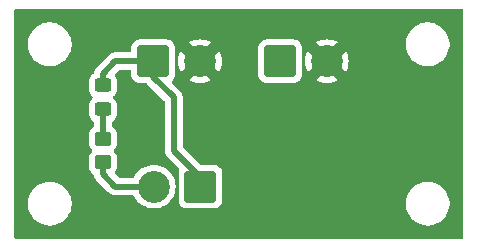
<source format=gbr>
%TF.GenerationSoftware,KiCad,Pcbnew,8.0.2*%
%TF.CreationDate,2025-01-10T12:21:57+08:00*%
%TF.ProjectId,LED_driver,4c45445f-6472-4697-9665-722e6b696361,rev?*%
%TF.SameCoordinates,Original*%
%TF.FileFunction,Copper,L1,Top*%
%TF.FilePolarity,Positive*%
%FSLAX46Y46*%
G04 Gerber Fmt 4.6, Leading zero omitted, Abs format (unit mm)*
G04 Created by KiCad (PCBNEW 8.0.2) date 2025-01-10 12:21:57*
%MOMM*%
%LPD*%
G01*
G04 APERTURE LIST*
G04 Aperture macros list*
%AMRoundRect*
0 Rectangle with rounded corners*
0 $1 Rounding radius*
0 $2 $3 $4 $5 $6 $7 $8 $9 X,Y pos of 4 corners*
0 Add a 4 corners polygon primitive as box body*
4,1,4,$2,$3,$4,$5,$6,$7,$8,$9,$2,$3,0*
0 Add four circle primitives for the rounded corners*
1,1,$1+$1,$2,$3*
1,1,$1+$1,$4,$5*
1,1,$1+$1,$6,$7*
1,1,$1+$1,$8,$9*
0 Add four rect primitives between the rounded corners*
20,1,$1+$1,$2,$3,$4,$5,0*
20,1,$1+$1,$4,$5,$6,$7,0*
20,1,$1+$1,$6,$7,$8,$9,0*
20,1,$1+$1,$8,$9,$2,$3,0*%
G04 Aperture macros list end*
%TA.AperFunction,ComponentPad*%
%ADD10RoundRect,0.250001X1.099999X1.099999X-1.099999X1.099999X-1.099999X-1.099999X1.099999X-1.099999X0*%
%TD*%
%TA.AperFunction,ComponentPad*%
%ADD11C,2.700000*%
%TD*%
%TA.AperFunction,ComponentPad*%
%ADD12RoundRect,0.250001X-1.099999X-1.099999X1.099999X-1.099999X1.099999X1.099999X-1.099999X1.099999X0*%
%TD*%
%TA.AperFunction,SMDPad,CuDef*%
%ADD13RoundRect,0.250000X0.450000X-0.325000X0.450000X0.325000X-0.450000X0.325000X-0.450000X-0.325000X0*%
%TD*%
%TA.AperFunction,SMDPad,CuDef*%
%ADD14RoundRect,0.250000X-0.450000X0.350000X-0.450000X-0.350000X0.450000X-0.350000X0.450000X0.350000X0*%
%TD*%
%TA.AperFunction,Conductor*%
%ADD15C,0.508000*%
%TD*%
G04 APERTURE END LIST*
D10*
%TO.P,J3,1,Pin_1*%
%TO.N,+12V*%
X116257500Y-80550000D03*
D11*
%TO.P,J3,2,Pin_2*%
%TO.N,/LED-*%
X112297500Y-80550000D03*
%TD*%
D12*
%TO.P,J2,1,Pin_1*%
%TO.N,/SIGNAL*%
X122992500Y-69950000D03*
D11*
%TO.P,J2,2,Pin_2*%
%TO.N,GND*%
X126952500Y-69950000D03*
%TD*%
D12*
%TO.P,J1,1,Pin_1*%
%TO.N,+12V*%
X112242500Y-69950000D03*
D11*
%TO.P,J1,2,Pin_2*%
%TO.N,GND*%
X116202500Y-69950000D03*
%TD*%
D13*
%TO.P,D1,1,K*%
%TO.N,Net-(D1-K)*%
X108000000Y-74025000D03*
%TO.P,D1,2,A*%
%TO.N,+12V*%
X108000000Y-71975000D03*
%TD*%
D14*
%TO.P,R1,1*%
%TO.N,Net-(D1-K)*%
X108000000Y-76500000D03*
%TO.P,R1,2*%
%TO.N,/LED-*%
X108000000Y-78500000D03*
%TD*%
D15*
%TO.N,Net-(D1-K)*%
X108000000Y-74025000D02*
X108000000Y-76500000D01*
%TO.N,+12V*%
X112242500Y-71242500D02*
X112242500Y-69950000D01*
X116257500Y-80550000D02*
X116257500Y-79757500D01*
X109050000Y-69950000D02*
X108000000Y-71000000D01*
X116257500Y-79757500D02*
X114000000Y-77500000D01*
X108000000Y-71000000D02*
X108000000Y-71975000D01*
X114000000Y-77500000D02*
X114000000Y-73000000D01*
X114000000Y-73000000D02*
X112242500Y-71242500D01*
X112242500Y-69950000D02*
X109050000Y-69950000D01*
%TO.N,/LED-*%
X108000000Y-79500000D02*
X109050000Y-80550000D01*
X108000000Y-78500000D02*
X108000000Y-79500000D01*
X109050000Y-80550000D02*
X112297500Y-80550000D01*
%TD*%
%TA.AperFunction,Conductor*%
%TO.N,GND*%
G36*
X138442539Y-65520185D02*
G01*
X138488294Y-65572989D01*
X138499500Y-65624500D01*
X138499500Y-84875500D01*
X138479815Y-84942539D01*
X138427011Y-84988294D01*
X138375500Y-84999500D01*
X100624500Y-84999500D01*
X100557461Y-84979815D01*
X100511706Y-84927011D01*
X100500500Y-84875500D01*
X100500500Y-81878711D01*
X101649500Y-81878711D01*
X101649500Y-82121288D01*
X101681161Y-82361785D01*
X101743947Y-82596104D01*
X101836773Y-82820205D01*
X101836776Y-82820212D01*
X101958064Y-83030289D01*
X101958066Y-83030292D01*
X101958067Y-83030293D01*
X102105733Y-83222736D01*
X102105739Y-83222743D01*
X102277256Y-83394260D01*
X102277262Y-83394265D01*
X102469711Y-83541936D01*
X102679788Y-83663224D01*
X102903900Y-83756054D01*
X103138211Y-83818838D01*
X103318586Y-83842584D01*
X103378711Y-83850500D01*
X103378712Y-83850500D01*
X103621289Y-83850500D01*
X103669388Y-83844167D01*
X103861789Y-83818838D01*
X104096100Y-83756054D01*
X104320212Y-83663224D01*
X104530289Y-83541936D01*
X104722738Y-83394265D01*
X104894265Y-83222738D01*
X105041936Y-83030289D01*
X105163224Y-82820212D01*
X105256054Y-82596100D01*
X105318838Y-82361789D01*
X105350500Y-82121288D01*
X105350500Y-81878712D01*
X105318838Y-81638211D01*
X105256054Y-81403900D01*
X105163224Y-81179788D01*
X105041936Y-80969711D01*
X104894265Y-80777262D01*
X104894260Y-80777256D01*
X104722743Y-80605739D01*
X104722736Y-80605733D01*
X104530293Y-80458067D01*
X104530292Y-80458066D01*
X104530289Y-80458064D01*
X104320212Y-80336776D01*
X104320205Y-80336773D01*
X104096104Y-80243947D01*
X103861785Y-80181161D01*
X103621289Y-80149500D01*
X103621288Y-80149500D01*
X103378712Y-80149500D01*
X103378711Y-80149500D01*
X103138214Y-80181161D01*
X102903895Y-80243947D01*
X102679794Y-80336773D01*
X102679785Y-80336777D01*
X102469706Y-80458067D01*
X102277263Y-80605733D01*
X102277256Y-80605739D01*
X102105739Y-80777256D01*
X102105733Y-80777263D01*
X101958067Y-80969706D01*
X101836777Y-81179785D01*
X101836773Y-81179794D01*
X101743947Y-81403895D01*
X101681161Y-81638214D01*
X101649500Y-81878711D01*
X100500500Y-81878711D01*
X100500500Y-71599983D01*
X106799500Y-71599983D01*
X106799500Y-72350001D01*
X106799501Y-72350019D01*
X106810000Y-72452796D01*
X106810001Y-72452799D01*
X106865185Y-72619331D01*
X106865187Y-72619336D01*
X106957289Y-72768657D01*
X107081346Y-72892714D01*
X107084182Y-72894463D01*
X107085717Y-72896170D01*
X107087011Y-72897193D01*
X107086836Y-72897414D01*
X107130905Y-72946411D01*
X107142126Y-73015374D01*
X107114282Y-73079456D01*
X107084182Y-73105537D01*
X107081346Y-73107285D01*
X106957289Y-73231342D01*
X106865187Y-73380663D01*
X106865186Y-73380666D01*
X106810001Y-73547203D01*
X106810001Y-73547204D01*
X106810000Y-73547204D01*
X106799500Y-73649983D01*
X106799500Y-74400001D01*
X106799501Y-74400019D01*
X106810000Y-74502796D01*
X106810001Y-74502799D01*
X106865185Y-74669331D01*
X106865186Y-74669334D01*
X106957288Y-74818656D01*
X107081344Y-74942712D01*
X107186597Y-75007632D01*
X107233321Y-75059578D01*
X107245500Y-75113170D01*
X107245500Y-75386828D01*
X107225815Y-75453867D01*
X107186597Y-75492366D01*
X107081347Y-75557285D01*
X107081343Y-75557288D01*
X106957289Y-75681342D01*
X106865187Y-75830663D01*
X106865186Y-75830666D01*
X106810001Y-75997203D01*
X106810001Y-75997204D01*
X106810000Y-75997204D01*
X106799500Y-76099983D01*
X106799500Y-76900001D01*
X106799501Y-76900019D01*
X106810000Y-77002796D01*
X106810001Y-77002799D01*
X106865185Y-77169331D01*
X106865187Y-77169336D01*
X106957289Y-77318657D01*
X107050951Y-77412319D01*
X107084436Y-77473642D01*
X107079452Y-77543334D01*
X107050951Y-77587681D01*
X106957289Y-77681342D01*
X106865187Y-77830663D01*
X106865185Y-77830668D01*
X106856331Y-77857389D01*
X106810001Y-77997203D01*
X106810001Y-77997204D01*
X106810000Y-77997204D01*
X106799500Y-78099983D01*
X106799500Y-78900001D01*
X106799501Y-78900019D01*
X106810000Y-79002796D01*
X106810001Y-79002799D01*
X106858085Y-79147906D01*
X106865186Y-79169334D01*
X106957287Y-79318655D01*
X106957289Y-79318657D01*
X107081344Y-79442712D01*
X107192636Y-79511357D01*
X107239361Y-79563305D01*
X107249157Y-79592704D01*
X107274493Y-79720073D01*
X107274496Y-79720083D01*
X107331366Y-79857381D01*
X107331372Y-79857392D01*
X107413942Y-79980968D01*
X107413943Y-79980969D01*
X108459600Y-81026624D01*
X108459621Y-81026647D01*
X108569028Y-81136054D01*
X108569035Y-81136060D01*
X108692608Y-81218628D01*
X108692609Y-81218628D01*
X108692610Y-81218629D01*
X108829920Y-81275505D01*
X108975683Y-81304499D01*
X108975687Y-81304500D01*
X108975688Y-81304500D01*
X110527513Y-81304500D01*
X110594552Y-81324185D01*
X110636345Y-81369073D01*
X110736780Y-81553005D01*
X110736785Y-81553013D01*
X110895406Y-81764907D01*
X110895422Y-81764925D01*
X111082574Y-81952077D01*
X111082592Y-81952093D01*
X111294486Y-82110714D01*
X111294494Y-82110719D01*
X111526805Y-82237571D01*
X111526809Y-82237573D01*
X111526811Y-82237574D01*
X111774822Y-82330077D01*
X111774825Y-82330077D01*
X111774826Y-82330078D01*
X111920582Y-82361785D01*
X112033474Y-82386343D01*
X112277160Y-82403772D01*
X112297499Y-82405227D01*
X112297500Y-82405227D01*
X112297501Y-82405227D01*
X112316385Y-82403876D01*
X112561526Y-82386343D01*
X112820178Y-82330077D01*
X113068189Y-82237574D01*
X113300511Y-82110716D01*
X113512415Y-81952087D01*
X113699587Y-81764915D01*
X113858216Y-81553011D01*
X113985074Y-81320689D01*
X114077577Y-81072678D01*
X114133843Y-80814026D01*
X114152727Y-80550000D01*
X114133843Y-80285974D01*
X114077577Y-80027322D01*
X113985074Y-79779311D01*
X113952727Y-79720073D01*
X113858219Y-79546994D01*
X113858214Y-79546986D01*
X113699593Y-79335092D01*
X113699577Y-79335074D01*
X113512425Y-79147922D01*
X113512407Y-79147906D01*
X113300513Y-78989285D01*
X113300505Y-78989280D01*
X113068194Y-78862428D01*
X113068190Y-78862426D01*
X112820173Y-78769921D01*
X112561534Y-78713658D01*
X112561527Y-78713657D01*
X112297501Y-78694773D01*
X112297499Y-78694773D01*
X112033472Y-78713657D01*
X112033465Y-78713658D01*
X111774826Y-78769921D01*
X111526809Y-78862426D01*
X111526805Y-78862428D01*
X111294494Y-78989280D01*
X111294486Y-78989285D01*
X111082592Y-79147906D01*
X111082574Y-79147922D01*
X110895422Y-79335074D01*
X110895406Y-79335092D01*
X110736785Y-79546986D01*
X110736780Y-79546994D01*
X110636345Y-79730927D01*
X110586940Y-79780332D01*
X110527513Y-79795500D01*
X109413886Y-79795500D01*
X109346847Y-79775815D01*
X109326205Y-79759181D01*
X109051403Y-79484378D01*
X109017918Y-79423055D01*
X109022902Y-79353363D01*
X109038973Y-79324836D01*
X109038920Y-79324803D01*
X109039754Y-79323450D01*
X109041821Y-79319782D01*
X109042703Y-79318664D01*
X109042712Y-79318656D01*
X109134814Y-79169334D01*
X109189999Y-79002797D01*
X109200500Y-78900009D01*
X109200499Y-78099992D01*
X109189999Y-77997203D01*
X109134814Y-77830666D01*
X109042712Y-77681344D01*
X108949049Y-77587681D01*
X108915564Y-77526358D01*
X108920548Y-77456666D01*
X108949049Y-77412319D01*
X109042712Y-77318656D01*
X109134814Y-77169334D01*
X109189999Y-77002797D01*
X109200500Y-76900009D01*
X109200499Y-76099992D01*
X109189999Y-75997203D01*
X109134814Y-75830666D01*
X109042712Y-75681344D01*
X108918656Y-75557288D01*
X108918652Y-75557285D01*
X108813403Y-75492366D01*
X108766678Y-75440418D01*
X108754500Y-75386828D01*
X108754500Y-75113170D01*
X108774185Y-75046131D01*
X108813402Y-75007632D01*
X108918656Y-74942712D01*
X109042712Y-74818656D01*
X109134814Y-74669334D01*
X109189999Y-74502797D01*
X109200500Y-74400009D01*
X109200499Y-73649992D01*
X109189999Y-73547203D01*
X109134814Y-73380666D01*
X109042712Y-73231344D01*
X108918656Y-73107288D01*
X108915819Y-73105538D01*
X108914283Y-73103830D01*
X108912989Y-73102807D01*
X108913163Y-73102585D01*
X108869096Y-73053594D01*
X108857872Y-72984632D01*
X108885713Y-72920549D01*
X108915817Y-72894462D01*
X108918656Y-72892712D01*
X109042712Y-72768656D01*
X109134814Y-72619334D01*
X109189999Y-72452797D01*
X109200500Y-72350009D01*
X109200499Y-71599992D01*
X109189999Y-71497203D01*
X109134814Y-71330666D01*
X109042712Y-71181344D01*
X109042706Y-71181338D01*
X109041821Y-71180219D01*
X109041449Y-71179297D01*
X109038920Y-71175197D01*
X109039620Y-71174765D01*
X109015677Y-71115425D01*
X109028713Y-71046782D01*
X109051399Y-71015624D01*
X109326205Y-70740819D01*
X109387528Y-70707334D01*
X109413886Y-70704500D01*
X110268000Y-70704500D01*
X110335039Y-70724185D01*
X110380794Y-70776989D01*
X110392000Y-70828500D01*
X110392000Y-71100015D01*
X110402500Y-71202795D01*
X110402501Y-71202796D01*
X110457686Y-71369335D01*
X110457687Y-71369337D01*
X110549786Y-71518651D01*
X110549789Y-71518655D01*
X110673844Y-71642710D01*
X110673848Y-71642713D01*
X110823162Y-71734812D01*
X110823164Y-71734813D01*
X110823166Y-71734814D01*
X110989703Y-71789999D01*
X111092492Y-71800500D01*
X111682113Y-71800500D01*
X111749152Y-71820185D01*
X111769794Y-71836819D01*
X113209181Y-73276205D01*
X113242666Y-73337528D01*
X113245500Y-73363886D01*
X113245500Y-77420552D01*
X113245499Y-77420578D01*
X113245499Y-77425688D01*
X113245499Y-77574312D01*
X113266790Y-77681344D01*
X113274495Y-77720080D01*
X113297035Y-77774496D01*
X113331366Y-77857381D01*
X113331372Y-77857392D01*
X113413942Y-77980968D01*
X113413943Y-77980969D01*
X114441241Y-79008266D01*
X114474726Y-79069589D01*
X114471266Y-79134951D01*
X114417501Y-79297203D01*
X114417500Y-79297204D01*
X114407000Y-79399984D01*
X114407000Y-81700015D01*
X114417500Y-81802795D01*
X114417501Y-81802796D01*
X114472686Y-81969335D01*
X114472687Y-81969337D01*
X114564786Y-82118651D01*
X114564789Y-82118655D01*
X114688844Y-82242710D01*
X114688848Y-82242713D01*
X114838162Y-82334812D01*
X114838164Y-82334813D01*
X114838166Y-82334814D01*
X115004703Y-82389999D01*
X115107492Y-82400500D01*
X115107497Y-82400500D01*
X117407503Y-82400500D01*
X117407508Y-82400500D01*
X117510297Y-82389999D01*
X117676834Y-82334814D01*
X117826155Y-82242711D01*
X117950211Y-82118655D01*
X118042314Y-81969334D01*
X118072344Y-81878711D01*
X133649500Y-81878711D01*
X133649500Y-82121288D01*
X133681161Y-82361785D01*
X133743947Y-82596104D01*
X133836773Y-82820205D01*
X133836776Y-82820212D01*
X133958064Y-83030289D01*
X133958066Y-83030292D01*
X133958067Y-83030293D01*
X134105733Y-83222736D01*
X134105739Y-83222743D01*
X134277256Y-83394260D01*
X134277262Y-83394265D01*
X134469711Y-83541936D01*
X134679788Y-83663224D01*
X134903900Y-83756054D01*
X135138211Y-83818838D01*
X135318586Y-83842584D01*
X135378711Y-83850500D01*
X135378712Y-83850500D01*
X135621289Y-83850500D01*
X135669388Y-83844167D01*
X135861789Y-83818838D01*
X136096100Y-83756054D01*
X136320212Y-83663224D01*
X136530289Y-83541936D01*
X136722738Y-83394265D01*
X136894265Y-83222738D01*
X137041936Y-83030289D01*
X137163224Y-82820212D01*
X137256054Y-82596100D01*
X137318838Y-82361789D01*
X137350500Y-82121288D01*
X137350500Y-81878712D01*
X137318838Y-81638211D01*
X137256054Y-81403900D01*
X137163224Y-81179788D01*
X137041936Y-80969711D01*
X136894265Y-80777262D01*
X136894260Y-80777256D01*
X136722743Y-80605739D01*
X136722736Y-80605733D01*
X136530293Y-80458067D01*
X136530292Y-80458066D01*
X136530289Y-80458064D01*
X136320212Y-80336776D01*
X136320205Y-80336773D01*
X136096104Y-80243947D01*
X135861785Y-80181161D01*
X135621289Y-80149500D01*
X135621288Y-80149500D01*
X135378712Y-80149500D01*
X135378711Y-80149500D01*
X135138214Y-80181161D01*
X134903895Y-80243947D01*
X134679794Y-80336773D01*
X134679785Y-80336777D01*
X134469706Y-80458067D01*
X134277263Y-80605733D01*
X134277256Y-80605739D01*
X134105739Y-80777256D01*
X134105733Y-80777263D01*
X133958067Y-80969706D01*
X133836777Y-81179785D01*
X133836773Y-81179794D01*
X133743947Y-81403895D01*
X133681161Y-81638214D01*
X133649500Y-81878711D01*
X118072344Y-81878711D01*
X118097499Y-81802797D01*
X118108000Y-81700008D01*
X118108000Y-79399992D01*
X118097499Y-79297203D01*
X118042314Y-79130666D01*
X117955108Y-78989285D01*
X117950213Y-78981348D01*
X117950210Y-78981344D01*
X117826155Y-78857289D01*
X117826151Y-78857286D01*
X117676837Y-78765187D01*
X117676835Y-78765186D01*
X117593565Y-78737593D01*
X117510297Y-78710001D01*
X117510295Y-78710000D01*
X117407515Y-78699500D01*
X117407508Y-78699500D01*
X116317887Y-78699500D01*
X116250848Y-78679815D01*
X116230206Y-78663181D01*
X114790819Y-77223794D01*
X114757334Y-77162471D01*
X114754500Y-77136113D01*
X114754500Y-72925687D01*
X114754499Y-72925683D01*
X114748832Y-72897193D01*
X114725505Y-72779920D01*
X114668629Y-72642610D01*
X114586059Y-72519034D01*
X114586054Y-72519028D01*
X114476647Y-72409621D01*
X114476624Y-72409600D01*
X113848126Y-71781102D01*
X113814641Y-71719779D01*
X113819625Y-71650087D01*
X113848126Y-71605740D01*
X113890752Y-71563114D01*
X113935211Y-71518655D01*
X114027314Y-71369334D01*
X114082499Y-71202797D01*
X114093000Y-71100008D01*
X114093000Y-69949998D01*
X114347774Y-69949998D01*
X114347774Y-69950001D01*
X114366652Y-70213960D01*
X114422900Y-70472528D01*
X114515384Y-70720486D01*
X114589384Y-70856006D01*
X114589385Y-70856006D01*
X115362317Y-70083074D01*
X115385165Y-70197936D01*
X115449240Y-70352626D01*
X115542262Y-70491844D01*
X115660656Y-70610238D01*
X115799874Y-70703260D01*
X115954564Y-70767335D01*
X116069424Y-70790182D01*
X115296491Y-71563114D01*
X115432018Y-71637117D01*
X115679971Y-71729599D01*
X115938539Y-71785847D01*
X116202499Y-71804726D01*
X116202501Y-71804726D01*
X116466460Y-71785847D01*
X116725028Y-71729599D01*
X116972984Y-71637116D01*
X117108507Y-71563114D01*
X116335575Y-70790182D01*
X116450436Y-70767335D01*
X116605126Y-70703260D01*
X116744344Y-70610238D01*
X116862738Y-70491844D01*
X116955760Y-70352626D01*
X117019835Y-70197936D01*
X117042682Y-70083075D01*
X117815614Y-70856007D01*
X117889616Y-70720484D01*
X117982099Y-70472528D01*
X118038347Y-70213960D01*
X118057226Y-69950001D01*
X118057226Y-69949998D01*
X118038347Y-69686039D01*
X117982099Y-69427471D01*
X117889617Y-69179519D01*
X117889617Y-69179518D01*
X117815614Y-69043991D01*
X117042682Y-69816923D01*
X117019835Y-69702064D01*
X116955760Y-69547374D01*
X116862738Y-69408156D01*
X116744344Y-69289762D01*
X116605126Y-69196740D01*
X116450436Y-69132665D01*
X116335575Y-69109817D01*
X116645408Y-68799984D01*
X121142000Y-68799984D01*
X121142000Y-71100015D01*
X121152500Y-71202795D01*
X121152501Y-71202796D01*
X121207686Y-71369335D01*
X121207687Y-71369337D01*
X121299786Y-71518651D01*
X121299789Y-71518655D01*
X121423844Y-71642710D01*
X121423848Y-71642713D01*
X121573162Y-71734812D01*
X121573164Y-71734813D01*
X121573166Y-71734814D01*
X121739703Y-71789999D01*
X121842492Y-71800500D01*
X121842497Y-71800500D01*
X124142503Y-71800500D01*
X124142508Y-71800500D01*
X124245297Y-71789999D01*
X124411834Y-71734814D01*
X124561155Y-71642711D01*
X124685211Y-71518655D01*
X124777314Y-71369334D01*
X124832499Y-71202797D01*
X124843000Y-71100008D01*
X124843000Y-69949998D01*
X125097774Y-69949998D01*
X125097774Y-69950001D01*
X125116652Y-70213960D01*
X125172900Y-70472528D01*
X125265384Y-70720486D01*
X125339384Y-70856006D01*
X125339385Y-70856006D01*
X126112317Y-70083074D01*
X126135165Y-70197936D01*
X126199240Y-70352626D01*
X126292262Y-70491844D01*
X126410656Y-70610238D01*
X126549874Y-70703260D01*
X126704564Y-70767335D01*
X126819424Y-70790182D01*
X126046491Y-71563114D01*
X126182018Y-71637117D01*
X126429971Y-71729599D01*
X126688539Y-71785847D01*
X126952499Y-71804726D01*
X126952501Y-71804726D01*
X127216460Y-71785847D01*
X127475028Y-71729599D01*
X127722984Y-71637116D01*
X127858507Y-71563114D01*
X127085575Y-70790182D01*
X127200436Y-70767335D01*
X127355126Y-70703260D01*
X127494344Y-70610238D01*
X127612738Y-70491844D01*
X127705760Y-70352626D01*
X127769835Y-70197936D01*
X127792682Y-70083075D01*
X128565614Y-70856007D01*
X128639616Y-70720484D01*
X128732099Y-70472528D01*
X128788347Y-70213960D01*
X128807226Y-69950001D01*
X128807226Y-69949998D01*
X128788347Y-69686039D01*
X128732099Y-69427471D01*
X128639617Y-69179519D01*
X128639617Y-69179518D01*
X128565614Y-69043991D01*
X127792682Y-69816923D01*
X127769835Y-69702064D01*
X127705760Y-69547374D01*
X127612738Y-69408156D01*
X127494344Y-69289762D01*
X127355126Y-69196740D01*
X127200436Y-69132665D01*
X127085575Y-69109817D01*
X127816680Y-68378711D01*
X133649500Y-68378711D01*
X133649500Y-68621288D01*
X133681161Y-68861785D01*
X133743947Y-69096104D01*
X133824163Y-69289762D01*
X133836776Y-69320212D01*
X133958064Y-69530289D01*
X133958066Y-69530292D01*
X133958067Y-69530293D01*
X134105733Y-69722736D01*
X134105739Y-69722743D01*
X134277256Y-69894260D01*
X134277262Y-69894265D01*
X134469711Y-70041936D01*
X134679788Y-70163224D01*
X134903900Y-70256054D01*
X135138211Y-70318838D01*
X135318586Y-70342584D01*
X135378711Y-70350500D01*
X135378712Y-70350500D01*
X135621289Y-70350500D01*
X135669388Y-70344167D01*
X135861789Y-70318838D01*
X136096100Y-70256054D01*
X136320212Y-70163224D01*
X136530289Y-70041936D01*
X136722738Y-69894265D01*
X136894265Y-69722738D01*
X137041936Y-69530289D01*
X137163224Y-69320212D01*
X137256054Y-69096100D01*
X137318838Y-68861789D01*
X137350500Y-68621288D01*
X137350500Y-68378712D01*
X137344993Y-68336885D01*
X137334514Y-68257286D01*
X137318838Y-68138211D01*
X137256054Y-67903900D01*
X137163224Y-67679788D01*
X137041936Y-67469711D01*
X136894265Y-67277262D01*
X136894260Y-67277256D01*
X136722743Y-67105739D01*
X136722736Y-67105733D01*
X136530293Y-66958067D01*
X136530292Y-66958066D01*
X136530289Y-66958064D01*
X136320212Y-66836776D01*
X136320205Y-66836773D01*
X136096104Y-66743947D01*
X135861785Y-66681161D01*
X135621289Y-66649500D01*
X135621288Y-66649500D01*
X135378712Y-66649500D01*
X135378711Y-66649500D01*
X135138214Y-66681161D01*
X134903895Y-66743947D01*
X134679794Y-66836773D01*
X134679785Y-66836777D01*
X134469706Y-66958067D01*
X134277263Y-67105733D01*
X134277256Y-67105739D01*
X134105739Y-67277256D01*
X134105733Y-67277263D01*
X133958067Y-67469706D01*
X133836777Y-67679785D01*
X133836773Y-67679794D01*
X133743947Y-67903895D01*
X133681161Y-68138214D01*
X133649500Y-68378711D01*
X127816680Y-68378711D01*
X127858506Y-68336885D01*
X127858506Y-68336884D01*
X127722986Y-68262884D01*
X127722987Y-68262884D01*
X127475028Y-68170400D01*
X127216460Y-68114152D01*
X126952501Y-68095274D01*
X126952499Y-68095274D01*
X126688539Y-68114152D01*
X126429971Y-68170400D01*
X126182013Y-68262884D01*
X126046492Y-68336884D01*
X126046492Y-68336885D01*
X126819424Y-69109817D01*
X126704564Y-69132665D01*
X126549874Y-69196740D01*
X126410656Y-69289762D01*
X126292262Y-69408156D01*
X126199240Y-69547374D01*
X126135165Y-69702064D01*
X126112317Y-69816924D01*
X125339385Y-69043992D01*
X125339384Y-69043992D01*
X125265384Y-69179513D01*
X125172900Y-69427471D01*
X125116652Y-69686039D01*
X125097774Y-69949998D01*
X124843000Y-69949998D01*
X124843000Y-68799992D01*
X124832499Y-68697203D01*
X124777314Y-68530666D01*
X124685211Y-68381345D01*
X124561155Y-68257289D01*
X124561151Y-68257286D01*
X124411837Y-68165187D01*
X124411835Y-68165186D01*
X124328565Y-68137593D01*
X124245297Y-68110001D01*
X124245295Y-68110000D01*
X124142515Y-68099500D01*
X124142508Y-68099500D01*
X121842492Y-68099500D01*
X121842484Y-68099500D01*
X121739704Y-68110000D01*
X121739703Y-68110001D01*
X121573164Y-68165186D01*
X121573162Y-68165187D01*
X121423848Y-68257286D01*
X121423844Y-68257289D01*
X121299789Y-68381344D01*
X121299786Y-68381348D01*
X121207687Y-68530662D01*
X121207686Y-68530664D01*
X121152501Y-68697203D01*
X121152500Y-68697204D01*
X121142000Y-68799984D01*
X116645408Y-68799984D01*
X117108506Y-68336885D01*
X117108506Y-68336884D01*
X116972986Y-68262884D01*
X116972987Y-68262884D01*
X116725028Y-68170400D01*
X116466460Y-68114152D01*
X116202501Y-68095274D01*
X116202499Y-68095274D01*
X115938539Y-68114152D01*
X115679971Y-68170400D01*
X115432013Y-68262884D01*
X115296492Y-68336884D01*
X115296492Y-68336885D01*
X116069424Y-69109817D01*
X115954564Y-69132665D01*
X115799874Y-69196740D01*
X115660656Y-69289762D01*
X115542262Y-69408156D01*
X115449240Y-69547374D01*
X115385165Y-69702064D01*
X115362317Y-69816924D01*
X114589385Y-69043992D01*
X114589384Y-69043992D01*
X114515384Y-69179513D01*
X114422900Y-69427471D01*
X114366652Y-69686039D01*
X114347774Y-69949998D01*
X114093000Y-69949998D01*
X114093000Y-68799992D01*
X114082499Y-68697203D01*
X114027314Y-68530666D01*
X113935211Y-68381345D01*
X113811155Y-68257289D01*
X113811151Y-68257286D01*
X113661837Y-68165187D01*
X113661835Y-68165186D01*
X113578565Y-68137593D01*
X113495297Y-68110001D01*
X113495295Y-68110000D01*
X113392515Y-68099500D01*
X113392508Y-68099500D01*
X111092492Y-68099500D01*
X111092484Y-68099500D01*
X110989704Y-68110000D01*
X110989703Y-68110001D01*
X110823164Y-68165186D01*
X110823162Y-68165187D01*
X110673848Y-68257286D01*
X110673844Y-68257289D01*
X110549789Y-68381344D01*
X110549786Y-68381348D01*
X110457687Y-68530662D01*
X110457686Y-68530664D01*
X110402501Y-68697203D01*
X110402500Y-68697204D01*
X110392000Y-68799984D01*
X110392000Y-69071500D01*
X110372315Y-69138539D01*
X110319511Y-69184294D01*
X110268000Y-69195500D01*
X108975683Y-69195500D01*
X108829927Y-69224493D01*
X108829919Y-69224495D01*
X108692608Y-69281371D01*
X108569035Y-69363939D01*
X108569034Y-69363940D01*
X108524819Y-69408156D01*
X108463941Y-69469034D01*
X108463939Y-69469036D01*
X107413943Y-70519030D01*
X107413942Y-70519031D01*
X107331372Y-70642607D01*
X107331366Y-70642618D01*
X107274496Y-70779916D01*
X107274493Y-70779926D01*
X107249157Y-70907296D01*
X107216772Y-70969207D01*
X107192636Y-70988643D01*
X107081344Y-71057287D01*
X106957289Y-71181342D01*
X106865187Y-71330663D01*
X106865185Y-71330668D01*
X106837349Y-71414670D01*
X106810001Y-71497203D01*
X106810001Y-71497204D01*
X106810000Y-71497204D01*
X106799500Y-71599983D01*
X100500500Y-71599983D01*
X100500500Y-68378711D01*
X101649500Y-68378711D01*
X101649500Y-68621288D01*
X101681161Y-68861785D01*
X101743947Y-69096104D01*
X101824163Y-69289762D01*
X101836776Y-69320212D01*
X101958064Y-69530289D01*
X101958066Y-69530292D01*
X101958067Y-69530293D01*
X102105733Y-69722736D01*
X102105739Y-69722743D01*
X102277256Y-69894260D01*
X102277262Y-69894265D01*
X102469711Y-70041936D01*
X102679788Y-70163224D01*
X102903900Y-70256054D01*
X103138211Y-70318838D01*
X103318586Y-70342584D01*
X103378711Y-70350500D01*
X103378712Y-70350500D01*
X103621289Y-70350500D01*
X103669388Y-70344167D01*
X103861789Y-70318838D01*
X104096100Y-70256054D01*
X104320212Y-70163224D01*
X104530289Y-70041936D01*
X104722738Y-69894265D01*
X104894265Y-69722738D01*
X105041936Y-69530289D01*
X105163224Y-69320212D01*
X105256054Y-69096100D01*
X105318838Y-68861789D01*
X105350500Y-68621288D01*
X105350500Y-68378712D01*
X105344993Y-68336885D01*
X105334514Y-68257286D01*
X105318838Y-68138211D01*
X105256054Y-67903900D01*
X105163224Y-67679788D01*
X105041936Y-67469711D01*
X104894265Y-67277262D01*
X104894260Y-67277256D01*
X104722743Y-67105739D01*
X104722736Y-67105733D01*
X104530293Y-66958067D01*
X104530292Y-66958066D01*
X104530289Y-66958064D01*
X104320212Y-66836776D01*
X104320205Y-66836773D01*
X104096104Y-66743947D01*
X103861785Y-66681161D01*
X103621289Y-66649500D01*
X103621288Y-66649500D01*
X103378712Y-66649500D01*
X103378711Y-66649500D01*
X103138214Y-66681161D01*
X102903895Y-66743947D01*
X102679794Y-66836773D01*
X102679785Y-66836777D01*
X102469706Y-66958067D01*
X102277263Y-67105733D01*
X102277256Y-67105739D01*
X102105739Y-67277256D01*
X102105733Y-67277263D01*
X101958067Y-67469706D01*
X101836777Y-67679785D01*
X101836773Y-67679794D01*
X101743947Y-67903895D01*
X101681161Y-68138214D01*
X101649500Y-68378711D01*
X100500500Y-68378711D01*
X100500500Y-65624500D01*
X100520185Y-65557461D01*
X100572989Y-65511706D01*
X100624500Y-65500500D01*
X138375500Y-65500500D01*
X138442539Y-65520185D01*
G37*
%TD.AperFunction*%
%TD*%
M02*

</source>
